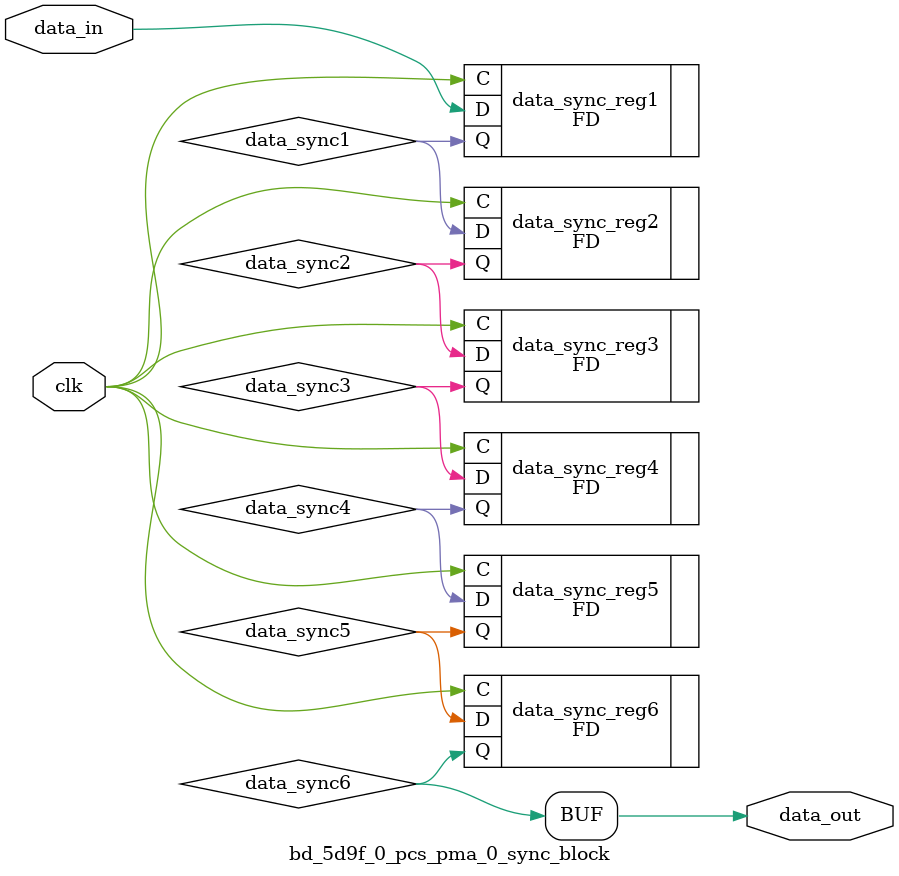
<source format=v>

`timescale 1ps / 1ps

module bd_5d9f_0_pcs_pma_0_sync_block #(
  parameter INITIALISE = 2'b00
)
(
  input        clk,              // clock to be sync'ed to
  input        data_in,          // Data to be 'synced'
  output       data_out          // synced data
);

  // Internal Signals
  wire data_sync1;
  wire data_sync2;
  wire data_sync3;
  wire data_sync4;
  wire data_sync5;
  wire data_sync6;


  (* shreg_extract = "no", ASYNC_REG = "TRUE" *)
  FD #(
    .INIT (INITIALISE[0])
  ) data_sync_reg1 (
    .C  (clk),
    .D  (data_in),
    .Q  (data_sync1)
  );


  (* shreg_extract = "no", ASYNC_REG = "TRUE" *)
  FD #(
   .INIT (INITIALISE[1])
  ) data_sync_reg2 (
  .C  (clk),
  .D  (data_sync1),
  .Q  (data_sync2)
  );


  (* shreg_extract = "no", ASYNC_REG = "TRUE" *)
  FD #(
   .INIT (INITIALISE[1])
  ) data_sync_reg3 (
  .C  (clk),
  .D  (data_sync2),
  .Q  (data_sync3)
  );

  (* shreg_extract = "no", ASYNC_REG = "TRUE" *)
  FD #(
   .INIT (INITIALISE[1])
  ) data_sync_reg4 (
  .C  (clk),
  .D  (data_sync3),
  .Q  (data_sync4)
  );

  (* shreg_extract = "no", ASYNC_REG = "TRUE" *)
  FD #(
   .INIT (INITIALISE[1])
  ) data_sync_reg5 (
  .C  (clk),
  .D  (data_sync4),
  .Q  (data_sync5)
  );

  (* shreg_extract = "no", ASYNC_REG = "TRUE" *)
  FD #(
   .INIT (INITIALISE[1])
  ) data_sync_reg6 (
  .C  (clk),
  .D  (data_sync5),
  .Q  (data_sync6)
  );
  assign data_out = data_sync6;


endmodule



</source>
